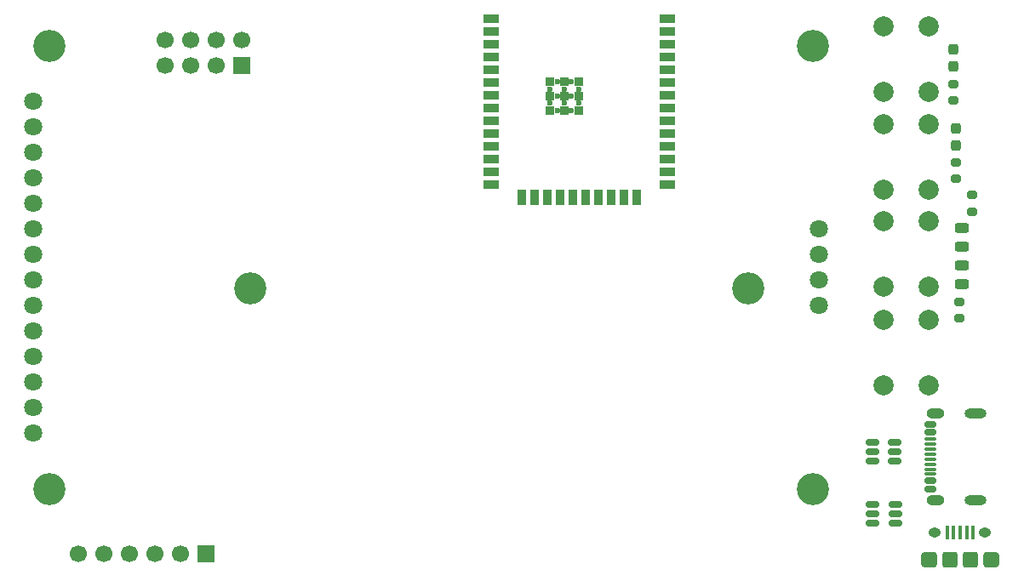
<source format=gts>
%TF.GenerationSoftware,KiCad,Pcbnew,9.0.1*%
%TF.CreationDate,2025-11-17T15:11:09+01:00*%
%TF.ProjectId,stacja_pogody_modu__wew,73746163-6a61-45f7-906f-676f64795f6d,rev?*%
%TF.SameCoordinates,Original*%
%TF.FileFunction,Soldermask,Top*%
%TF.FilePolarity,Negative*%
%FSLAX46Y46*%
G04 Gerber Fmt 4.6, Leading zero omitted, Abs format (unit mm)*
G04 Created by KiCad (PCBNEW 9.0.1) date 2025-11-17 15:11:09*
%MOMM*%
%LPD*%
G01*
G04 APERTURE LIST*
G04 Aperture macros list*
%AMRoundRect*
0 Rectangle with rounded corners*
0 $1 Rounding radius*
0 $2 $3 $4 $5 $6 $7 $8 $9 X,Y pos of 4 corners*
0 Add a 4 corners polygon primitive as box body*
4,1,4,$2,$3,$4,$5,$6,$7,$8,$9,$2,$3,0*
0 Add four circle primitives for the rounded corners*
1,1,$1+$1,$2,$3*
1,1,$1+$1,$4,$5*
1,1,$1+$1,$6,$7*
1,1,$1+$1,$8,$9*
0 Add four rect primitives between the rounded corners*
20,1,$1+$1,$2,$3,$4,$5,0*
20,1,$1+$1,$4,$5,$6,$7,0*
20,1,$1+$1,$6,$7,$8,$9,0*
20,1,$1+$1,$8,$9,$2,$3,0*%
G04 Aperture macros list end*
%ADD10RoundRect,0.150000X0.425000X-0.150000X0.425000X0.150000X-0.425000X0.150000X-0.425000X-0.150000X0*%
%ADD11RoundRect,0.075000X0.500000X-0.075000X0.500000X0.075000X-0.500000X0.075000X-0.500000X-0.075000X0*%
%ADD12O,1.800000X1.000000*%
%ADD13O,2.200000X1.000000*%
%ADD14C,3.200000*%
%ADD15C,1.800000*%
%ADD16R,1.700000X1.700000*%
%ADD17C,1.700000*%
%ADD18C,2.000000*%
%ADD19RoundRect,0.200000X0.275000X-0.200000X0.275000X0.200000X-0.275000X0.200000X-0.275000X-0.200000X0*%
%ADD20RoundRect,0.237500X-0.237500X0.300000X-0.237500X-0.300000X0.237500X-0.300000X0.237500X0.300000X0*%
%ADD21RoundRect,0.243750X0.456250X-0.243750X0.456250X0.243750X-0.456250X0.243750X-0.456250X-0.243750X0*%
%ADD22RoundRect,0.200000X-0.275000X0.200000X-0.275000X-0.200000X0.275000X-0.200000X0.275000X0.200000X0*%
%ADD23RoundRect,0.150000X0.512500X0.150000X-0.512500X0.150000X-0.512500X-0.150000X0.512500X-0.150000X0*%
%ADD24R,1.500000X0.900000*%
%ADD25R,0.900000X1.500000*%
%ADD26R,0.900000X0.900000*%
%ADD27C,0.600000*%
%ADD28RoundRect,0.100000X-0.100000X-0.575000X0.100000X-0.575000X0.100000X0.575000X-0.100000X0.575000X0*%
%ADD29O,0.890000X1.550000*%
%ADD30RoundRect,0.250000X-0.475000X-0.525000X0.475000X-0.525000X0.475000X0.525000X-0.475000X0.525000X0*%
%ADD31O,1.250000X0.950000*%
%ADD32RoundRect,0.250000X-0.500000X-0.525000X0.500000X-0.525000X0.500000X0.525000X-0.500000X0.525000X0*%
%ADD33RoundRect,0.243750X-0.456250X0.243750X-0.456250X-0.243750X0.456250X-0.243750X0.456250X0.243750X0*%
G04 APERTURE END LIST*
D10*
%TO.C,J2*%
X192600000Y-106960000D03*
X192600000Y-106160000D03*
D11*
X192600000Y-105010000D03*
X192600000Y-104010000D03*
X192600000Y-103510000D03*
X192600000Y-102510000D03*
D10*
X192600000Y-101360000D03*
X192600000Y-100560000D03*
X192600000Y-100560000D03*
X192600000Y-101360000D03*
D11*
X192600000Y-102010000D03*
X192600000Y-103010000D03*
X192600000Y-104510000D03*
X192600000Y-105510000D03*
D10*
X192600000Y-106160000D03*
X192600000Y-106960000D03*
D12*
X193175000Y-108080000D03*
D13*
X197155000Y-108080000D03*
D12*
X193175000Y-99440000D03*
D13*
X197155000Y-99440000D03*
%TD*%
D14*
%TO.C,H2*%
X174500000Y-87000000D03*
%TD*%
%TO.C,U2*%
X180913657Y-106997511D03*
X180913301Y-62897334D03*
X105020000Y-62910000D03*
X105013657Y-106997511D03*
D15*
X103414929Y-68402054D03*
X103414929Y-70942054D03*
X103414929Y-73482054D03*
X103414929Y-76022054D03*
X103414929Y-78562054D03*
X103414929Y-81102054D03*
X103414929Y-83642054D03*
X103414929Y-86182054D03*
X103414929Y-88722054D03*
X103414929Y-91262054D03*
X103414929Y-93802054D03*
X103414929Y-96342054D03*
X103414929Y-98882054D03*
X103414929Y-101422054D03*
X181513301Y-81102334D03*
X181513301Y-83642334D03*
X181513301Y-86182334D03*
X181513301Y-88722334D03*
%TD*%
D16*
%TO.C,J3*%
X120620000Y-113440000D03*
D17*
X118080000Y-113440000D03*
X115540000Y-113440000D03*
X113000000Y-113440000D03*
X110460000Y-113440000D03*
X107920000Y-113440000D03*
%TD*%
D18*
%TO.C,SW3*%
X192440000Y-90190000D03*
X192440000Y-96690000D03*
X187940000Y-90190000D03*
X187940000Y-96690000D03*
%TD*%
D19*
%TO.C,R13*%
X195490000Y-90010000D03*
X195490000Y-88360000D03*
%TD*%
D20*
%TO.C,C6*%
X194910000Y-63217500D03*
X194910000Y-64942500D03*
%TD*%
D21*
%TO.C,D1*%
X195770000Y-82857500D03*
X195770000Y-80982500D03*
%TD*%
D22*
%TO.C,R14*%
X196770000Y-77735000D03*
X196770000Y-79385000D03*
%TD*%
D18*
%TO.C,SW4*%
X192480000Y-80370000D03*
X192480000Y-86870000D03*
X187980000Y-80370000D03*
X187980000Y-86870000D03*
%TD*%
D23*
%TO.C,U7*%
X189115000Y-104200000D03*
X189115000Y-103250000D03*
X189115000Y-102300000D03*
X186840000Y-102300000D03*
X186840000Y-103250000D03*
X186840000Y-104200000D03*
%TD*%
D18*
%TO.C,SW2*%
X187990000Y-67460000D03*
X187990000Y-60960000D03*
X192490000Y-67460000D03*
X192490000Y-60960000D03*
%TD*%
D23*
%TO.C,U6*%
X189145000Y-110400000D03*
X189145000Y-109450000D03*
X189145000Y-108500000D03*
X186870000Y-108500000D03*
X186870000Y-109450000D03*
X186870000Y-110400000D03*
%TD*%
D14*
%TO.C,H1*%
X125000000Y-87000000D03*
%TD*%
D24*
%TO.C,U4*%
X148970000Y-60160000D03*
X148970000Y-61430000D03*
X148970000Y-62700000D03*
X148970000Y-63970000D03*
X148970000Y-65240000D03*
X148970000Y-66510000D03*
X148970000Y-67780000D03*
X148970000Y-69050000D03*
X148970000Y-70320000D03*
X148970000Y-71590000D03*
X148970000Y-72860000D03*
X148970000Y-74130000D03*
X148970000Y-75400000D03*
X148970000Y-76670000D03*
D25*
X152005000Y-77920000D03*
X153275000Y-77920000D03*
X154545000Y-77920000D03*
X155815000Y-77920000D03*
X157085000Y-77920000D03*
X158355000Y-77920000D03*
X159625000Y-77920000D03*
X160895000Y-77920000D03*
X162165000Y-77920000D03*
X163435000Y-77920000D03*
D24*
X166470000Y-76670000D03*
X166470000Y-75400000D03*
X166470000Y-74130000D03*
X166470000Y-72860000D03*
X166470000Y-71590000D03*
X166470000Y-70320000D03*
X166470000Y-69050000D03*
X166470000Y-67780000D03*
X166470000Y-66510000D03*
X166470000Y-65240000D03*
X166470000Y-63970000D03*
X166470000Y-62700000D03*
X166470000Y-61430000D03*
X166470000Y-60160000D03*
D26*
X154820000Y-66480000D03*
D27*
X154820000Y-67180000D03*
D26*
X154820000Y-67880000D03*
D27*
X154820000Y-68580000D03*
D26*
X154820000Y-69280000D03*
D27*
X155520000Y-66480000D03*
X155520000Y-67880000D03*
X155520000Y-69280000D03*
D26*
X156220000Y-66480000D03*
D27*
X156220000Y-67180000D03*
D26*
X156220000Y-67880000D03*
D27*
X156220000Y-68580000D03*
D26*
X156220000Y-69280000D03*
D27*
X156920000Y-66480000D03*
X156920000Y-67880000D03*
X156920000Y-69280000D03*
D26*
X157620000Y-66480000D03*
D27*
X157620000Y-67180000D03*
D26*
X157620000Y-67880000D03*
D27*
X157620000Y-68580000D03*
D26*
X157620000Y-69280000D03*
%TD*%
D22*
%TO.C,R4*%
X195170000Y-74445000D03*
X195170000Y-76095000D03*
%TD*%
D28*
%TO.C,J1*%
X194290000Y-111290000D03*
X194940000Y-111290000D03*
X195590000Y-111290000D03*
X196240000Y-111290000D03*
X196890000Y-111290000D03*
D29*
X192090000Y-113990000D03*
D30*
X192565000Y-113990000D03*
D31*
X193090000Y-111290000D03*
D32*
X194590000Y-113990000D03*
X196590000Y-113990000D03*
D31*
X198090000Y-111290000D03*
D30*
X198615000Y-113990000D03*
D29*
X199090000Y-113990000D03*
%TD*%
D33*
%TO.C,D2*%
X195740000Y-84722500D03*
X195740000Y-86597500D03*
%TD*%
D22*
%TO.C,R5*%
X194930000Y-66665000D03*
X194930000Y-68315000D03*
%TD*%
D18*
%TO.C,SW1*%
X187990000Y-77180000D03*
X187990000Y-70680000D03*
X192490000Y-77180000D03*
X192490000Y-70680000D03*
%TD*%
D20*
%TO.C,C5*%
X195170000Y-71067500D03*
X195170000Y-72792500D03*
%TD*%
D16*
%TO.C,U1*%
X124170000Y-64840000D03*
D17*
X124170000Y-62300000D03*
X121630000Y-64840000D03*
X121630000Y-62300000D03*
X119090000Y-64840000D03*
X119090000Y-62300000D03*
X116550000Y-64840000D03*
X116550000Y-62300000D03*
%TD*%
M02*

</source>
